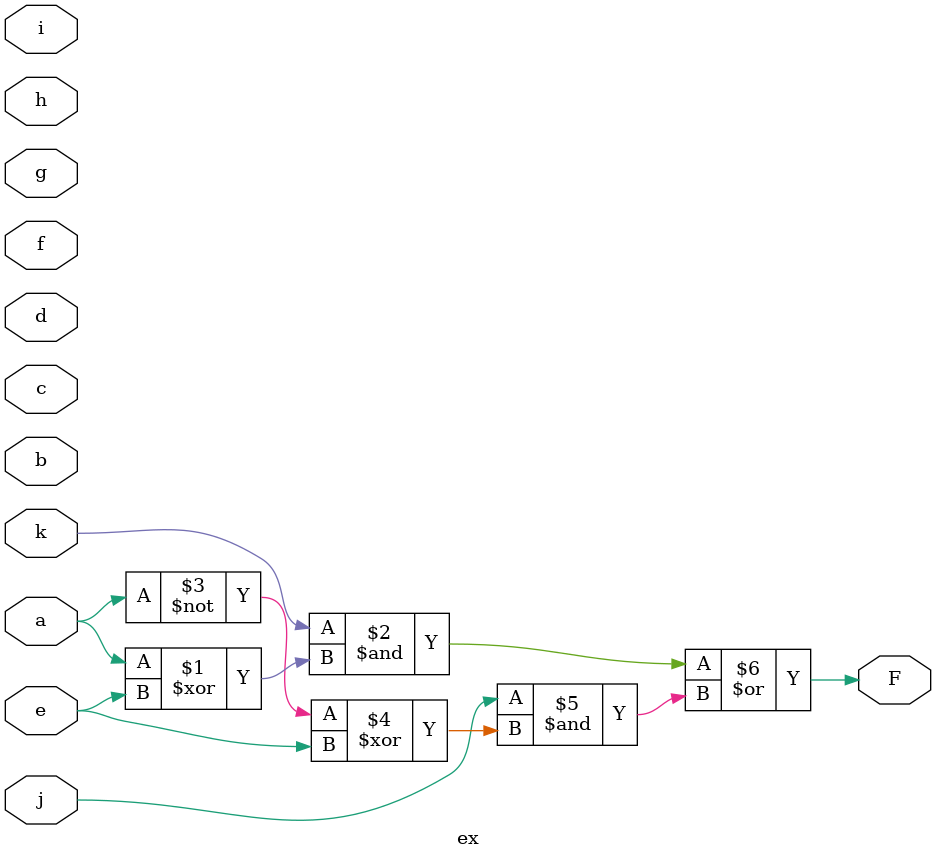
<source format=v>

module ex ( 
    a, b, c, d, e, f, g, h, i, j, k,
    F  );
  input  a, b, c, d, e, f, g, h, i, j, k;
  output F;
  assign F = (k & (a ^ e)) | (j & (~a ^ e));
endmodule



</source>
